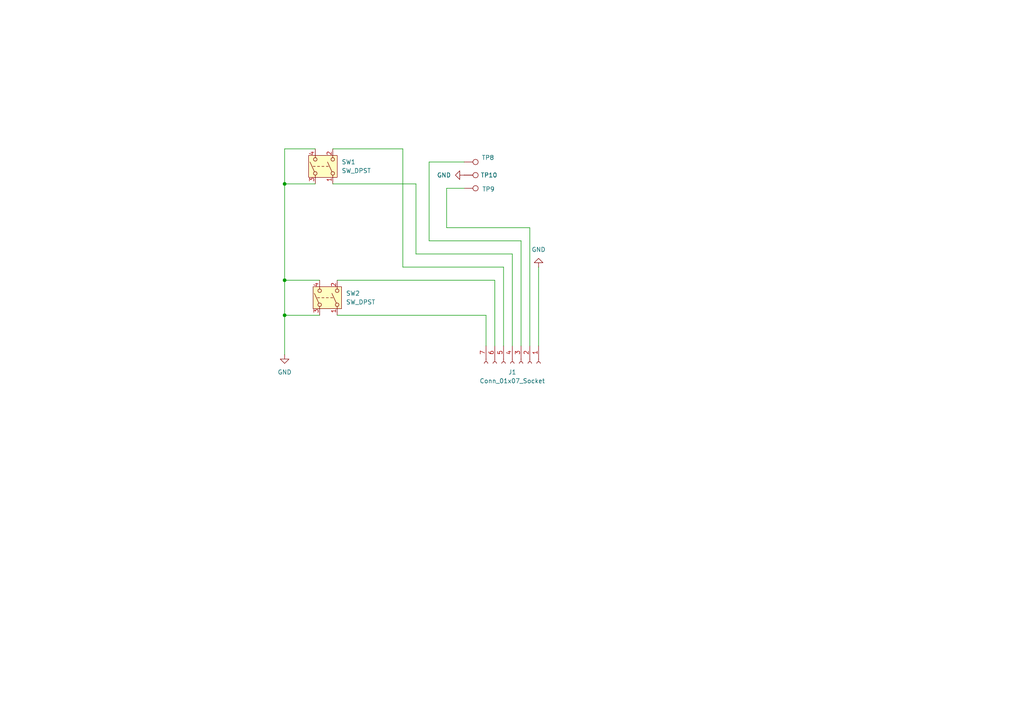
<source format=kicad_sch>
(kicad_sch
	(version 20231120)
	(generator "eeschema")
	(generator_version "8.0")
	(uuid "db829e78-7ef2-45c0-a51b-6f5d88cf5232")
	(paper "A4")
	(lib_symbols
		(symbol "Connector:Conn_01x07_Socket"
			(pin_names
				(offset 1.016) hide)
			(exclude_from_sim no)
			(in_bom yes)
			(on_board yes)
			(property "Reference" "J"
				(at 0 10.16 0)
				(effects
					(font
						(size 1.27 1.27)
					)
				)
			)
			(property "Value" "Conn_01x07_Socket"
				(at 0 -10.16 0)
				(effects
					(font
						(size 1.27 1.27)
					)
				)
			)
			(property "Footprint" ""
				(at 0 0 0)
				(effects
					(font
						(size 1.27 1.27)
					)
					(hide yes)
				)
			)
			(property "Datasheet" "~"
				(at 0 0 0)
				(effects
					(font
						(size 1.27 1.27)
					)
					(hide yes)
				)
			)
			(property "Description" "Generic connector, single row, 01x07, script generated"
				(at 0 0 0)
				(effects
					(font
						(size 1.27 1.27)
					)
					(hide yes)
				)
			)
			(property "ki_locked" ""
				(at 0 0 0)
				(effects
					(font
						(size 1.27 1.27)
					)
				)
			)
			(property "ki_keywords" "connector"
				(at 0 0 0)
				(effects
					(font
						(size 1.27 1.27)
					)
					(hide yes)
				)
			)
			(property "ki_fp_filters" "Connector*:*_1x??_*"
				(at 0 0 0)
				(effects
					(font
						(size 1.27 1.27)
					)
					(hide yes)
				)
			)
			(symbol "Conn_01x07_Socket_1_1"
				(arc
					(start 0 -7.112)
					(mid -0.5058 -7.62)
					(end 0 -8.128)
					(stroke
						(width 0.1524)
						(type default)
					)
					(fill
						(type none)
					)
				)
				(arc
					(start 0 -4.572)
					(mid -0.5058 -5.08)
					(end 0 -5.588)
					(stroke
						(width 0.1524)
						(type default)
					)
					(fill
						(type none)
					)
				)
				(arc
					(start 0 -2.032)
					(mid -0.5058 -2.54)
					(end 0 -3.048)
					(stroke
						(width 0.1524)
						(type default)
					)
					(fill
						(type none)
					)
				)
				(polyline
					(pts
						(xy -1.27 -7.62) (xy -0.508 -7.62)
					)
					(stroke
						(width 0.1524)
						(type default)
					)
					(fill
						(type none)
					)
				)
				(polyline
					(pts
						(xy -1.27 -5.08) (xy -0.508 -5.08)
					)
					(stroke
						(width 0.1524)
						(type default)
					)
					(fill
						(type none)
					)
				)
				(polyline
					(pts
						(xy -1.27 -2.54) (xy -0.508 -2.54)
					)
					(stroke
						(width 0.1524)
						(type default)
					)
					(fill
						(type none)
					)
				)
				(polyline
					(pts
						(xy -1.27 0) (xy -0.508 0)
					)
					(stroke
						(width 0.1524)
						(type default)
					)
					(fill
						(type none)
					)
				)
				(polyline
					(pts
						(xy -1.27 2.54) (xy -0.508 2.54)
					)
					(stroke
						(width 0.1524)
						(type default)
					)
					(fill
						(type none)
					)
				)
				(polyline
					(pts
						(xy -1.27 5.08) (xy -0.508 5.08)
					)
					(stroke
						(width 0.1524)
						(type default)
					)
					(fill
						(type none)
					)
				)
				(polyline
					(pts
						(xy -1.27 7.62) (xy -0.508 7.62)
					)
					(stroke
						(width 0.1524)
						(type default)
					)
					(fill
						(type none)
					)
				)
				(arc
					(start 0 0.508)
					(mid -0.5058 0)
					(end 0 -0.508)
					(stroke
						(width 0.1524)
						(type default)
					)
					(fill
						(type none)
					)
				)
				(arc
					(start 0 3.048)
					(mid -0.5058 2.54)
					(end 0 2.032)
					(stroke
						(width 0.1524)
						(type default)
					)
					(fill
						(type none)
					)
				)
				(arc
					(start 0 5.588)
					(mid -0.5058 5.08)
					(end 0 4.572)
					(stroke
						(width 0.1524)
						(type default)
					)
					(fill
						(type none)
					)
				)
				(arc
					(start 0 8.128)
					(mid -0.5058 7.62)
					(end 0 7.112)
					(stroke
						(width 0.1524)
						(type default)
					)
					(fill
						(type none)
					)
				)
				(pin passive line
					(at -5.08 7.62 0)
					(length 3.81)
					(name "Pin_1"
						(effects
							(font
								(size 1.27 1.27)
							)
						)
					)
					(number "1"
						(effects
							(font
								(size 1.27 1.27)
							)
						)
					)
				)
				(pin passive line
					(at -5.08 5.08 0)
					(length 3.81)
					(name "Pin_2"
						(effects
							(font
								(size 1.27 1.27)
							)
						)
					)
					(number "2"
						(effects
							(font
								(size 1.27 1.27)
							)
						)
					)
				)
				(pin passive line
					(at -5.08 2.54 0)
					(length 3.81)
					(name "Pin_3"
						(effects
							(font
								(size 1.27 1.27)
							)
						)
					)
					(number "3"
						(effects
							(font
								(size 1.27 1.27)
							)
						)
					)
				)
				(pin passive line
					(at -5.08 0 0)
					(length 3.81)
					(name "Pin_4"
						(effects
							(font
								(size 1.27 1.27)
							)
						)
					)
					(number "4"
						(effects
							(font
								(size 1.27 1.27)
							)
						)
					)
				)
				(pin passive line
					(at -5.08 -2.54 0)
					(length 3.81)
					(name "Pin_5"
						(effects
							(font
								(size 1.27 1.27)
							)
						)
					)
					(number "5"
						(effects
							(font
								(size 1.27 1.27)
							)
						)
					)
				)
				(pin passive line
					(at -5.08 -5.08 0)
					(length 3.81)
					(name "Pin_6"
						(effects
							(font
								(size 1.27 1.27)
							)
						)
					)
					(number "6"
						(effects
							(font
								(size 1.27 1.27)
							)
						)
					)
				)
				(pin passive line
					(at -5.08 -7.62 0)
					(length 3.81)
					(name "Pin_7"
						(effects
							(font
								(size 1.27 1.27)
							)
						)
					)
					(number "7"
						(effects
							(font
								(size 1.27 1.27)
							)
						)
					)
				)
			)
		)
		(symbol "Connector:TestPoint"
			(pin_numbers hide)
			(pin_names
				(offset 0.762) hide)
			(exclude_from_sim no)
			(in_bom yes)
			(on_board yes)
			(property "Reference" "TP"
				(at 0 6.858 0)
				(effects
					(font
						(size 1.27 1.27)
					)
				)
			)
			(property "Value" "TestPoint"
				(at 0 5.08 0)
				(effects
					(font
						(size 1.27 1.27)
					)
				)
			)
			(property "Footprint" ""
				(at 5.08 0 0)
				(effects
					(font
						(size 1.27 1.27)
					)
					(hide yes)
				)
			)
			(property "Datasheet" "~"
				(at 5.08 0 0)
				(effects
					(font
						(size 1.27 1.27)
					)
					(hide yes)
				)
			)
			(property "Description" "test point"
				(at 0 0 0)
				(effects
					(font
						(size 1.27 1.27)
					)
					(hide yes)
				)
			)
			(property "ki_keywords" "test point tp"
				(at 0 0 0)
				(effects
					(font
						(size 1.27 1.27)
					)
					(hide yes)
				)
			)
			(property "ki_fp_filters" "Pin* Test*"
				(at 0 0 0)
				(effects
					(font
						(size 1.27 1.27)
					)
					(hide yes)
				)
			)
			(symbol "TestPoint_0_1"
				(circle
					(center 0 3.302)
					(radius 0.762)
					(stroke
						(width 0)
						(type default)
					)
					(fill
						(type none)
					)
				)
			)
			(symbol "TestPoint_1_1"
				(pin passive line
					(at 0 0 90)
					(length 2.54)
					(name "1"
						(effects
							(font
								(size 1.27 1.27)
							)
						)
					)
					(number "1"
						(effects
							(font
								(size 1.27 1.27)
							)
						)
					)
				)
			)
		)
		(symbol "Switch:SW_DPST"
			(pin_names
				(offset 0) hide)
			(exclude_from_sim no)
			(in_bom yes)
			(on_board yes)
			(property "Reference" "SW"
				(at 0 6.35 0)
				(effects
					(font
						(size 1.27 1.27)
					)
				)
			)
			(property "Value" "SW_DPST"
				(at 0 -5.08 0)
				(effects
					(font
						(size 1.27 1.27)
					)
				)
			)
			(property "Footprint" ""
				(at 0 0 0)
				(effects
					(font
						(size 1.27 1.27)
					)
					(hide yes)
				)
			)
			(property "Datasheet" "~"
				(at 0 0 0)
				(effects
					(font
						(size 1.27 1.27)
					)
					(hide yes)
				)
			)
			(property "Description" "Double Pole Single Throw (DPST) Switch"
				(at 0 0 0)
				(effects
					(font
						(size 1.27 1.27)
					)
					(hide yes)
				)
			)
			(property "ki_keywords" "switch dual double-pole single-throw OFF-ON"
				(at 0 0 0)
				(effects
					(font
						(size 1.27 1.27)
					)
					(hide yes)
				)
			)
			(symbol "SW_DPST_0_0"
				(circle
					(center -2.032 -2.54)
					(radius 0.508)
					(stroke
						(width 0)
						(type default)
					)
					(fill
						(type none)
					)
				)
				(circle
					(center -2.032 2.54)
					(radius 0.508)
					(stroke
						(width 0)
						(type default)
					)
					(fill
						(type none)
					)
				)
				(polyline
					(pts
						(xy -1.524 -2.286) (xy 1.27 -1.016)
					)
					(stroke
						(width 0)
						(type default)
					)
					(fill
						(type none)
					)
				)
				(polyline
					(pts
						(xy -1.524 2.794) (xy 1.27 4.064)
					)
					(stroke
						(width 0)
						(type default)
					)
					(fill
						(type none)
					)
				)
				(polyline
					(pts
						(xy 0 -1.27) (xy 0 -0.635)
					)
					(stroke
						(width 0)
						(type default)
					)
					(fill
						(type none)
					)
				)
				(polyline
					(pts
						(xy 0 0) (xy 0 0.635)
					)
					(stroke
						(width 0)
						(type default)
					)
					(fill
						(type none)
					)
				)
				(polyline
					(pts
						(xy 0 1.27) (xy 0 1.905)
					)
					(stroke
						(width 0)
						(type default)
					)
					(fill
						(type none)
					)
				)
				(polyline
					(pts
						(xy 0 2.54) (xy 0 3.175)
					)
					(stroke
						(width 0)
						(type default)
					)
					(fill
						(type none)
					)
				)
				(circle
					(center 2.032 -2.54)
					(radius 0.508)
					(stroke
						(width 0)
						(type default)
					)
					(fill
						(type none)
					)
				)
				(circle
					(center 2.032 2.54)
					(radius 0.508)
					(stroke
						(width 0)
						(type default)
					)
					(fill
						(type none)
					)
				)
			)
			(symbol "SW_DPST_1_1"
				(rectangle
					(start -3.175 4.445)
					(end 3.175 -3.81)
					(stroke
						(width 0)
						(type default)
					)
					(fill
						(type background)
					)
				)
				(pin passive line
					(at -5.08 -2.54 0)
					(length 2.54)
					(name "1"
						(effects
							(font
								(size 1.27 1.27)
							)
						)
					)
					(number "1"
						(effects
							(font
								(size 1.27 1.27)
							)
						)
					)
				)
				(pin passive line
					(at 5.08 -2.54 180)
					(length 2.54)
					(name "2"
						(effects
							(font
								(size 1.27 1.27)
							)
						)
					)
					(number "2"
						(effects
							(font
								(size 1.27 1.27)
							)
						)
					)
				)
				(pin passive line
					(at -5.08 2.54 0)
					(length 2.54)
					(name "3"
						(effects
							(font
								(size 1.27 1.27)
							)
						)
					)
					(number "3"
						(effects
							(font
								(size 1.27 1.27)
							)
						)
					)
				)
				(pin passive line
					(at 5.08 2.54 180)
					(length 2.54)
					(name "4"
						(effects
							(font
								(size 1.27 1.27)
							)
						)
					)
					(number "4"
						(effects
							(font
								(size 1.27 1.27)
							)
						)
					)
				)
			)
		)
		(symbol "power:GND"
			(power)
			(pin_numbers hide)
			(pin_names
				(offset 0) hide)
			(exclude_from_sim no)
			(in_bom yes)
			(on_board yes)
			(property "Reference" "#PWR"
				(at 0 -6.35 0)
				(effects
					(font
						(size 1.27 1.27)
					)
					(hide yes)
				)
			)
			(property "Value" "GND"
				(at 0 -3.81 0)
				(effects
					(font
						(size 1.27 1.27)
					)
				)
			)
			(property "Footprint" ""
				(at 0 0 0)
				(effects
					(font
						(size 1.27 1.27)
					)
					(hide yes)
				)
			)
			(property "Datasheet" ""
				(at 0 0 0)
				(effects
					(font
						(size 1.27 1.27)
					)
					(hide yes)
				)
			)
			(property "Description" "Power symbol creates a global label with name \"GND\" , ground"
				(at 0 0 0)
				(effects
					(font
						(size 1.27 1.27)
					)
					(hide yes)
				)
			)
			(property "ki_keywords" "global power"
				(at 0 0 0)
				(effects
					(font
						(size 1.27 1.27)
					)
					(hide yes)
				)
			)
			(symbol "GND_0_1"
				(polyline
					(pts
						(xy 0 0) (xy 0 -1.27) (xy 1.27 -1.27) (xy 0 -2.54) (xy -1.27 -1.27) (xy 0 -1.27)
					)
					(stroke
						(width 0)
						(type default)
					)
					(fill
						(type none)
					)
				)
			)
			(symbol "GND_1_1"
				(pin power_in line
					(at 0 0 270)
					(length 0)
					(name "~"
						(effects
							(font
								(size 1.27 1.27)
							)
						)
					)
					(number "1"
						(effects
							(font
								(size 1.27 1.27)
							)
						)
					)
				)
			)
		)
	)
	(junction
		(at 82.55 91.44)
		(diameter 0)
		(color 0 0 0 0)
		(uuid "0c3ac1c2-82d3-4b00-ae5a-6607c38a62e8")
	)
	(junction
		(at 82.55 81.28)
		(diameter 0)
		(color 0 0 0 0)
		(uuid "1861b0f6-2733-4645-8f05-0fb7744a4ab0")
	)
	(junction
		(at 82.55 53.34)
		(diameter 0)
		(color 0 0 0 0)
		(uuid "26e89d0f-14fb-496a-83e2-1cc8c023bbef")
	)
	(wire
		(pts
			(xy 92.71 91.44) (xy 82.55 91.44)
		)
		(stroke
			(width 0)
			(type default)
		)
		(uuid "08627ffd-9251-468f-aa17-4c8d306bcd24")
	)
	(wire
		(pts
			(xy 116.84 43.18) (xy 96.52 43.18)
		)
		(stroke
			(width 0)
			(type default)
		)
		(uuid "2818f113-152b-4fa9-84d7-d3c7169dcf5d")
	)
	(wire
		(pts
			(xy 120.65 73.66) (xy 120.65 53.34)
		)
		(stroke
			(width 0)
			(type default)
		)
		(uuid "41a1827d-3ec3-4888-a5f3-ff262be8fb63")
	)
	(wire
		(pts
			(xy 120.65 53.34) (xy 96.52 53.34)
		)
		(stroke
			(width 0)
			(type default)
		)
		(uuid "42c6008b-55b3-4d7e-b76c-87af8d400c12")
	)
	(wire
		(pts
			(xy 146.05 77.47) (xy 146.05 100.33)
		)
		(stroke
			(width 0)
			(type default)
		)
		(uuid "43363399-2649-459b-9a34-e0e77eb2f7ba")
	)
	(wire
		(pts
			(xy 148.59 73.66) (xy 148.59 100.33)
		)
		(stroke
			(width 0)
			(type default)
		)
		(uuid "4a0d8df0-9d0b-4e9f-9156-375363d0f36a")
	)
	(wire
		(pts
			(xy 143.51 81.28) (xy 97.79 81.28)
		)
		(stroke
			(width 0)
			(type default)
		)
		(uuid "539bc30f-f983-460d-b202-b0e671458bb7")
	)
	(wire
		(pts
			(xy 140.97 100.33) (xy 140.97 91.44)
		)
		(stroke
			(width 0)
			(type default)
		)
		(uuid "606759f7-e2fc-4805-beb0-a62f35031202")
	)
	(wire
		(pts
			(xy 116.84 77.47) (xy 116.84 43.18)
		)
		(stroke
			(width 0)
			(type default)
		)
		(uuid "61fb8259-ecb4-40b7-9cac-664c1a0f25f6")
	)
	(wire
		(pts
			(xy 120.65 73.66) (xy 148.59 73.66)
		)
		(stroke
			(width 0)
			(type default)
		)
		(uuid "64a18e9e-ce45-444e-b09a-7995004432c9")
	)
	(wire
		(pts
			(xy 82.55 91.44) (xy 82.55 102.87)
		)
		(stroke
			(width 0)
			(type default)
		)
		(uuid "9d71ac97-5fe8-44b0-8ad0-72892a6d7b2f")
	)
	(wire
		(pts
			(xy 82.55 43.18) (xy 91.44 43.18)
		)
		(stroke
			(width 0)
			(type default)
		)
		(uuid "a17a0ecc-2fbd-4b38-a13f-07ecc11f6006")
	)
	(wire
		(pts
			(xy 156.21 77.47) (xy 156.21 100.33)
		)
		(stroke
			(width 0)
			(type default)
		)
		(uuid "a3a1aa44-a68d-4e82-95aa-fab5c77675de")
	)
	(wire
		(pts
			(xy 151.13 69.85) (xy 151.13 100.33)
		)
		(stroke
			(width 0)
			(type default)
		)
		(uuid "a7b8f500-9907-4b78-b018-f0464e8dd705")
	)
	(wire
		(pts
			(xy 134.62 46.99) (xy 124.46 46.99)
		)
		(stroke
			(width 0)
			(type default)
		)
		(uuid "a81838ac-8f87-4078-9df8-93b3d626dd54")
	)
	(wire
		(pts
			(xy 116.84 77.47) (xy 146.05 77.47)
		)
		(stroke
			(width 0)
			(type default)
		)
		(uuid "aaadf5c7-f756-46be-a368-8f469557771a")
	)
	(wire
		(pts
			(xy 129.54 54.61) (xy 134.62 54.61)
		)
		(stroke
			(width 0)
			(type default)
		)
		(uuid "b2f5f862-73ee-4545-8a7f-e7ce2c8bc9aa")
	)
	(wire
		(pts
			(xy 143.51 100.33) (xy 143.51 81.28)
		)
		(stroke
			(width 0)
			(type default)
		)
		(uuid "b565dfac-6f4f-4823-8f75-8746da21fdf5")
	)
	(wire
		(pts
			(xy 82.55 81.28) (xy 82.55 91.44)
		)
		(stroke
			(width 0)
			(type default)
		)
		(uuid "b703f430-7449-484b-a226-2b9917f91f14")
	)
	(wire
		(pts
			(xy 140.97 91.44) (xy 97.79 91.44)
		)
		(stroke
			(width 0)
			(type default)
		)
		(uuid "c0e9a0ab-8b80-4a81-bd5b-700652c3e985")
	)
	(wire
		(pts
			(xy 82.55 53.34) (xy 82.55 43.18)
		)
		(stroke
			(width 0)
			(type default)
		)
		(uuid "c221b89a-b102-4b8f-9f29-b71b2175b2e6")
	)
	(wire
		(pts
			(xy 129.54 66.04) (xy 153.67 66.04)
		)
		(stroke
			(width 0)
			(type default)
		)
		(uuid "ce2a28d5-63b9-4ab6-af85-a57b5f4dd98f")
	)
	(wire
		(pts
			(xy 82.55 53.34) (xy 91.44 53.34)
		)
		(stroke
			(width 0)
			(type default)
		)
		(uuid "d0efac7e-a4b7-4797-b3d5-6087dbd9f061")
	)
	(wire
		(pts
			(xy 92.71 81.28) (xy 82.55 81.28)
		)
		(stroke
			(width 0)
			(type default)
		)
		(uuid "dc6d20bc-2791-4891-8fd8-647bb1e83380")
	)
	(wire
		(pts
			(xy 82.55 53.34) (xy 82.55 81.28)
		)
		(stroke
			(width 0)
			(type default)
		)
		(uuid "e1598b81-e72f-46ee-a908-06081cbe3f83")
	)
	(wire
		(pts
			(xy 124.46 46.99) (xy 124.46 69.85)
		)
		(stroke
			(width 0)
			(type default)
		)
		(uuid "e68eb538-f555-439a-a1de-cb43ad97fa5e")
	)
	(wire
		(pts
			(xy 129.54 54.61) (xy 129.54 66.04)
		)
		(stroke
			(width 0)
			(type default)
		)
		(uuid "e7a64fa6-5afd-49c9-9c9c-319cec207c9e")
	)
	(wire
		(pts
			(xy 153.67 66.04) (xy 153.67 100.33)
		)
		(stroke
			(width 0)
			(type default)
		)
		(uuid "f87b4c5a-95f3-40b4-90ac-50768d2e83e2")
	)
	(wire
		(pts
			(xy 124.46 69.85) (xy 151.13 69.85)
		)
		(stroke
			(width 0)
			(type default)
		)
		(uuid "fba10b06-3ebf-4702-a607-ad15f370053d")
	)
	(symbol
		(lib_id "Switch:SW_DPST")
		(at 93.98 48.26 90)
		(unit 1)
		(exclude_from_sim no)
		(in_bom yes)
		(on_board yes)
		(dnp no)
		(fields_autoplaced yes)
		(uuid "000c541c-dedf-4325-aec7-716022afa0c5")
		(property "Reference" "SW1"
			(at 99.06 46.9899 90)
			(effects
				(font
					(size 1.27 1.27)
				)
				(justify right)
			)
		)
		(property "Value" "SW_DPST"
			(at 99.06 49.5299 90)
			(effects
				(font
					(size 1.27 1.27)
				)
				(justify right)
			)
		)
		(property "Footprint" "TMHF07:TMHF07"
			(at 93.98 48.26 0)
			(effects
				(font
					(size 1.27 1.27)
				)
				(hide yes)
			)
		)
		(property "Datasheet" "~"
			(at 93.98 48.26 0)
			(effects
				(font
					(size 1.27 1.27)
				)
				(hide yes)
			)
		)
		(property "Description" "Double Pole Single Throw (DPST) Switch"
			(at 93.98 48.26 0)
			(effects
				(font
					(size 1.27 1.27)
				)
				(hide yes)
			)
		)
		(pin "1"
			(uuid "026d61ed-3b02-425a-a89c-541f09e44405")
		)
		(pin "2"
			(uuid "fa858cd2-973f-4e53-9664-3985e589d0a9")
		)
		(pin "3"
			(uuid "5a7031ed-4b12-4cca-950e-1abc5e6e8702")
		)
		(pin "4"
			(uuid "03d365f3-26ce-474d-bc63-7bc743924af0")
		)
		(instances
			(project "Triggers_Main_PCB"
				(path "/db829e78-7ef2-45c0-a51b-6f5d88cf5232"
					(reference "SW1")
					(unit 1)
				)
			)
		)
	)
	(symbol
		(lib_id "power:GND")
		(at 134.62 50.8 270)
		(unit 1)
		(exclude_from_sim no)
		(in_bom yes)
		(on_board yes)
		(dnp no)
		(fields_autoplaced yes)
		(uuid "3bfa9d98-5d7c-4eb8-85c5-8d9eaa1d2c1d")
		(property "Reference" "#PWR03"
			(at 128.27 50.8 0)
			(effects
				(font
					(size 1.27 1.27)
				)
				(hide yes)
			)
		)
		(property "Value" "GND"
			(at 130.81 50.7999 90)
			(effects
				(font
					(size 1.27 1.27)
				)
				(justify right)
			)
		)
		(property "Footprint" ""
			(at 134.62 50.8 0)
			(effects
				(font
					(size 1.27 1.27)
				)
				(hide yes)
			)
		)
		(property "Datasheet" ""
			(at 134.62 50.8 0)
			(effects
				(font
					(size 1.27 1.27)
				)
				(hide yes)
			)
		)
		(property "Description" "Power symbol creates a global label with name \"GND\" , ground"
			(at 134.62 50.8 0)
			(effects
				(font
					(size 1.27 1.27)
				)
				(hide yes)
			)
		)
		(pin "1"
			(uuid "6a5ed0c4-8f90-45bf-9b01-0b6ac485685e")
		)
		(instances
			(project "Triggers_Main_PCB"
				(path "/db829e78-7ef2-45c0-a51b-6f5d88cf5232"
					(reference "#PWR03")
					(unit 1)
				)
			)
		)
	)
	(symbol
		(lib_id "power:GND")
		(at 82.55 102.87 0)
		(unit 1)
		(exclude_from_sim no)
		(in_bom yes)
		(on_board yes)
		(dnp no)
		(fields_autoplaced yes)
		(uuid "4fb4f181-8cf4-4565-ad48-96fe0e7230f8")
		(property "Reference" "#PWR01"
			(at 82.55 109.22 0)
			(effects
				(font
					(size 1.27 1.27)
				)
				(hide yes)
			)
		)
		(property "Value" "GND"
			(at 82.55 107.95 0)
			(effects
				(font
					(size 1.27 1.27)
				)
			)
		)
		(property "Footprint" ""
			(at 82.55 102.87 0)
			(effects
				(font
					(size 1.27 1.27)
				)
				(hide yes)
			)
		)
		(property "Datasheet" ""
			(at 82.55 102.87 0)
			(effects
				(font
					(size 1.27 1.27)
				)
				(hide yes)
			)
		)
		(property "Description" "Power symbol creates a global label with name \"GND\" , ground"
			(at 82.55 102.87 0)
			(effects
				(font
					(size 1.27 1.27)
				)
				(hide yes)
			)
		)
		(pin "1"
			(uuid "1c954445-6ed3-4465-a9ff-e1c133e11197")
		)
		(instances
			(project "Triggers_Main_PCB"
				(path "/db829e78-7ef2-45c0-a51b-6f5d88cf5232"
					(reference "#PWR01")
					(unit 1)
				)
			)
		)
	)
	(symbol
		(lib_id "Connector:TestPoint")
		(at 134.62 54.61 270)
		(unit 1)
		(exclude_from_sim no)
		(in_bom yes)
		(on_board yes)
		(dnp no)
		(uuid "77b88aa4-9e8f-42ff-9084-13b597e78489")
		(property "Reference" "TP9"
			(at 143.51 54.864 90)
			(effects
				(font
					(size 1.27 1.27)
				)
				(justify right)
			)
		)
		(property "Value" "TestPoint"
			(at 139.1919 52.07 0)
			(effects
				(font
					(size 1.27 1.27)
				)
				(justify right)
				(hide yes)
			)
		)
		(property "Footprint" "TestPoint:TestPoint_Pad_D1.0mm"
			(at 134.62 59.69 0)
			(effects
				(font
					(size 1.27 1.27)
				)
				(hide yes)
			)
		)
		(property "Datasheet" "~"
			(at 134.62 59.69 0)
			(effects
				(font
					(size 1.27 1.27)
				)
				(hide yes)
			)
		)
		(property "Description" "test point"
			(at 134.62 54.61 0)
			(effects
				(font
					(size 1.27 1.27)
				)
				(hide yes)
			)
		)
		(pin "1"
			(uuid "791274c8-da1c-4a95-9578-91e18e369402")
		)
		(instances
			(project "Triggers_Main_PCB"
				(path "/db829e78-7ef2-45c0-a51b-6f5d88cf5232"
					(reference "TP9")
					(unit 1)
				)
			)
		)
	)
	(symbol
		(lib_id "Connector:TestPoint")
		(at 134.62 46.99 270)
		(unit 1)
		(exclude_from_sim no)
		(in_bom yes)
		(on_board yes)
		(dnp no)
		(fields_autoplaced yes)
		(uuid "8b7883ef-b57a-4ec4-949b-aa4e7aef3a28")
		(property "Reference" "TP8"
			(at 139.7 45.7199 90)
			(effects
				(font
					(size 1.27 1.27)
				)
				(justify left)
			)
		)
		(property "Value" "TestPoint"
			(at 139.7 48.2599 90)
			(effects
				(font
					(size 1.27 1.27)
				)
				(justify left)
				(hide yes)
			)
		)
		(property "Footprint" "TestPoint:TestPoint_Pad_D1.0mm"
			(at 134.62 52.07 0)
			(effects
				(font
					(size 1.27 1.27)
				)
				(hide yes)
			)
		)
		(property "Datasheet" "~"
			(at 134.62 52.07 0)
			(effects
				(font
					(size 1.27 1.27)
				)
				(hide yes)
			)
		)
		(property "Description" "test point"
			(at 134.62 46.99 0)
			(effects
				(font
					(size 1.27 1.27)
				)
				(hide yes)
			)
		)
		(pin "1"
			(uuid "d908d8fe-8186-4f31-a488-838f6caaf45e")
		)
		(instances
			(project "Triggers_Main_PCB"
				(path "/db829e78-7ef2-45c0-a51b-6f5d88cf5232"
					(reference "TP8")
					(unit 1)
				)
			)
		)
	)
	(symbol
		(lib_id "power:GND")
		(at 156.21 77.47 180)
		(unit 1)
		(exclude_from_sim no)
		(in_bom yes)
		(on_board yes)
		(dnp no)
		(fields_autoplaced yes)
		(uuid "a055f6e3-c6d2-4b4d-82e1-9e82672112a8")
		(property "Reference" "#PWR04"
			(at 156.21 71.12 0)
			(effects
				(font
					(size 1.27 1.27)
				)
				(hide yes)
			)
		)
		(property "Value" "GND"
			(at 156.21 72.39 0)
			(effects
				(font
					(size 1.27 1.27)
				)
			)
		)
		(property "Footprint" ""
			(at 156.21 77.47 0)
			(effects
				(font
					(size 1.27 1.27)
				)
				(hide yes)
			)
		)
		(property "Datasheet" ""
			(at 156.21 77.47 0)
			(effects
				(font
					(size 1.27 1.27)
				)
				(hide yes)
			)
		)
		(property "Description" "Power symbol creates a global label with name \"GND\" , ground"
			(at 156.21 77.47 0)
			(effects
				(font
					(size 1.27 1.27)
				)
				(hide yes)
			)
		)
		(pin "1"
			(uuid "0585792c-1fad-4e94-850f-411fb647571b")
		)
		(instances
			(project "Triggers_Main_PCB"
				(path "/db829e78-7ef2-45c0-a51b-6f5d88cf5232"
					(reference "#PWR04")
					(unit 1)
				)
			)
		)
	)
	(symbol
		(lib_id "Connector:Conn_01x07_Socket")
		(at 148.59 105.41 270)
		(unit 1)
		(exclude_from_sim no)
		(in_bom yes)
		(on_board yes)
		(dnp no)
		(fields_autoplaced yes)
		(uuid "e3a0538d-d9d8-4011-845b-9c9f0f88a5c8")
		(property "Reference" "J1"
			(at 148.59 107.95 90)
			(effects
				(font
					(size 1.27 1.27)
				)
			)
		)
		(property "Value" "Conn_01x07_Socket"
			(at 148.59 110.49 90)
			(effects
				(font
					(size 1.27 1.27)
				)
			)
		)
		(property "Footprint" "footprints:CON_5051100792_MOL"
			(at 148.59 105.41 0)
			(effects
				(font
					(size 1.27 1.27)
				)
				(hide yes)
			)
		)
		(property "Datasheet" "~"
			(at 148.59 105.41 0)
			(effects
				(font
					(size 1.27 1.27)
				)
				(hide yes)
			)
		)
		(property "Description" "Generic connector, single row, 01x07, script generated"
			(at 148.59 105.41 0)
			(effects
				(font
					(size 1.27 1.27)
				)
				(hide yes)
			)
		)
		(pin "1"
			(uuid "d736fc25-cead-4e17-85b9-f3ede521fd86")
		)
		(pin "2"
			(uuid "85316bec-081f-4b8f-960a-836fc7d889cb")
		)
		(pin "5"
			(uuid "699824c8-2725-4a64-b184-3f0aae822b93")
		)
		(pin "6"
			(uuid "644ce8b2-af63-47f7-8010-60aca276ac91")
		)
		(pin "7"
			(uuid "17d796aa-4f1f-413a-9731-c695fbc6bad7")
		)
		(pin "4"
			(uuid "9197edd8-79c5-4d50-82be-13f063d4d9e7")
		)
		(pin "3"
			(uuid "32dca830-3fe0-4ec9-afb5-0cece71e47d0")
		)
		(instances
			(project "Triggers_Main_PCB"
				(path "/db829e78-7ef2-45c0-a51b-6f5d88cf5232"
					(reference "J1")
					(unit 1)
				)
			)
		)
	)
	(symbol
		(lib_id "Switch:SW_DPST")
		(at 95.25 86.36 90)
		(unit 1)
		(exclude_from_sim no)
		(in_bom yes)
		(on_board yes)
		(dnp no)
		(fields_autoplaced yes)
		(uuid "e874fdd6-ede5-4a93-a1ee-0b23e712da12")
		(property "Reference" "SW2"
			(at 100.33 85.0899 90)
			(effects
				(font
					(size 1.27 1.27)
				)
				(justify right)
			)
		)
		(property "Value" "SW_DPST"
			(at 100.33 87.6299 90)
			(effects
				(font
					(size 1.27 1.27)
				)
				(justify right)
			)
		)
		(property "Footprint" "TMHF07:TMHF07"
			(at 95.25 86.36 0)
			(effects
				(font
					(size 1.27 1.27)
				)
				(hide yes)
			)
		)
		(property "Datasheet" "~"
			(at 95.25 86.36 0)
			(effects
				(font
					(size 1.27 1.27)
				)
				(hide yes)
			)
		)
		(property "Description" "Double Pole Single Throw (DPST) Switch"
			(at 95.25 86.36 0)
			(effects
				(font
					(size 1.27 1.27)
				)
				(hide yes)
			)
		)
		(pin "1"
			(uuid "36dc8c18-e317-4c9b-a864-cbcc9919bea7")
		)
		(pin "2"
			(uuid "e3738b08-57d4-42be-989f-b5e6adf3160a")
		)
		(pin "3"
			(uuid "3c2bba73-5685-4841-8ab7-08dd1e9faaba")
		)
		(pin "4"
			(uuid "9f6ddfef-eb60-4aa7-b45d-70db1ffc3740")
		)
		(instances
			(project "Triggers_Main_PCB"
				(path "/db829e78-7ef2-45c0-a51b-6f5d88cf5232"
					(reference "SW2")
					(unit 1)
				)
			)
		)
	)
	(symbol
		(lib_id "Connector:TestPoint")
		(at 134.62 50.8 270)
		(unit 1)
		(exclude_from_sim no)
		(in_bom yes)
		(on_board yes)
		(dnp no)
		(uuid "f65c2161-907d-4ea2-a271-e09eb9779a97")
		(property "Reference" "TP10"
			(at 144.272 50.8 90)
			(effects
				(font
					(size 1.27 1.27)
				)
				(justify right)
			)
		)
		(property "Value" "TestPoint"
			(at 139.1919 48.26 0)
			(effects
				(font
					(size 1.27 1.27)
				)
				(justify right)
				(hide yes)
			)
		)
		(property "Footprint" "TestPoint:TestPoint_Pad_D1.0mm"
			(at 134.62 55.88 0)
			(effects
				(font
					(size 1.27 1.27)
				)
				(hide yes)
			)
		)
		(property "Datasheet" "~"
			(at 134.62 55.88 0)
			(effects
				(font
					(size 1.27 1.27)
				)
				(hide yes)
			)
		)
		(property "Description" "test point"
			(at 134.62 50.8 0)
			(effects
				(font
					(size 1.27 1.27)
				)
				(hide yes)
			)
		)
		(pin "1"
			(uuid "36608176-2ef8-477d-9ca5-157467819222")
		)
		(instances
			(project "Triggers_Main_PCB"
				(path "/db829e78-7ef2-45c0-a51b-6f5d88cf5232"
					(reference "TP10")
					(unit 1)
				)
			)
		)
	)
	(sheet_instances
		(path "/"
			(page "1")
		)
	)
)

</source>
